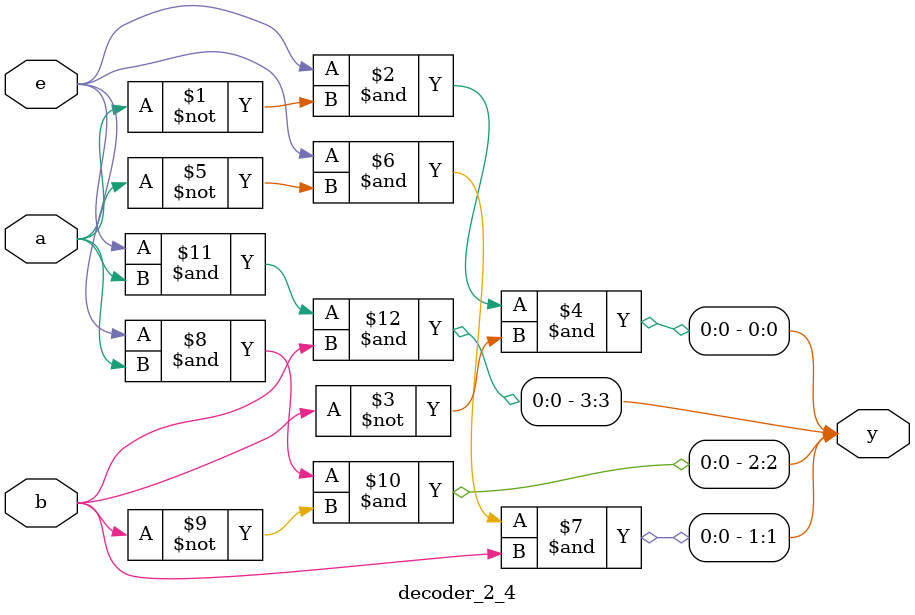
<source format=v>
/* Decoder 2x4 with active high enable*/

module decoder_2_4 (a,b,e,y);

	input a,b,e;
	output [3:0]y;

	assign y[0]= e &(~a)&(~b);	
	assign y[1]= e &(~a)& b;
	assign y[2]= e& a & (~b);
	assign y[3]=e & a & b;

endmodule
</source>
